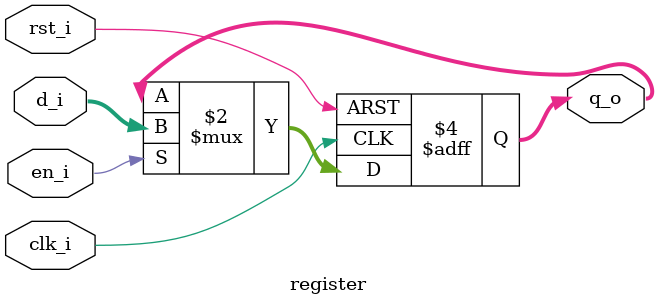
<source format=sv>
module register #(
    parameter integer DATAWIDTH = 32
) (
    input  wire                 clk_i,
    input  wire                 rst_i,
    input  wire                 en_i,
    input  reg  [DATAWIDTH-1:0] d_i,
    output reg  [DATAWIDTH-1:0] q_o
);

    always_ff @(posedge clk_i or posedge rst_i) begin
        if (rst_i) begin
            q_o <= '0;
        end else if (en_i) begin
            q_o <= d_i;
        end
    end

endmodule

</source>
